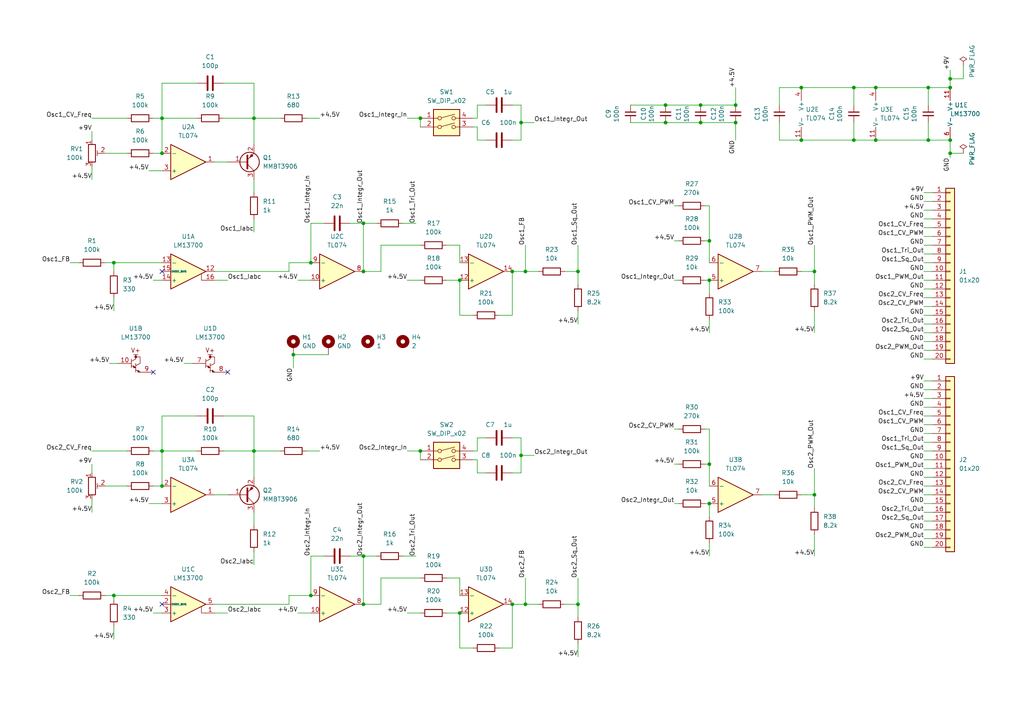
<source format=kicad_sch>
(kicad_sch (version 20211123) (generator eeschema)
  (paper "A4")
  (lib_symbols
    (symbol "Amplifier_Operational:LM13700" (pin_names (offset 0.127))
      (property "Reference" "U" (at 3.81 5.08 0))
      (property "Value" "LM13700" (at 5.08 -5.08 0))
      (symbol "LM13700_1_1"
        (pin output line (at 7.62 0 180) (length 2.54) (name "~") (number "12"))
        (pin input line (at -7.62 2.54 0) (length 2.54) (name "-") (number "13"))
        (pin input line (at -7.62 -2.54 0) (length 2.54) (name "+") (number "14"))
        (pin input line (at -7.62 0 0) (length 2.54) (name "DIODE_BIAS") (number "15"))
        (pin input line (at 7.62 -2.54 180) (length 2.54) (name "~") (number "16"))
      )
      (symbol "LM13700_2_1"
        (text "V+" (at -2.54 3.81 0) (effects (font (size 1.27 1.27))))
        (pin input line (at -7.62 0 0) (length 3.81) (name "~") (number "10"))
        (pin output line (at 2.54 -2.54 180) (length 3.81) (name "~") (number "9"))
      )
      (symbol "LM13700_3_1"
        (pin input line (at 7.62 -2.54 180) (length 2.54) (name "~") (number "1"))
        (pin input line (at -7.62 0 0) (length 2.54) (name "DIODE_BIAS") (number "2"))
        (pin input line (at -7.62 -2.54 0) (length 2.54) (name "+") (number "3"))
        (pin input line (at -7.62 2.54 0) (length 2.54) (name "-") (number "4"))
        (pin output line (at 7.62 0 180) (length 2.54) (name "~") (number "5"))
      )
      (symbol "LM13700_4_0"
        (text "V+" (at -2.54 3.81 0) (effects (font (size 1.27 1.27))))
      )
      (symbol "LM13700_4_1"
        (pin input line (at -7.62 0 0) (length 3.81) (name "~") (number "7"))
        (pin output line (at 2.54 -2.54 180) (length 3.81) (name "~") (number "8"))
      )
      (symbol "LM13700_5_1"
        (pin power_in line (at -2.54 7.62 270) (length 3.81) (name "V+") (number "11"))
        (pin power_in line (at -2.54 -7.62 90) (length 3.81) (name "V-") (number "6"))
      )
    )
    (symbol "Amplifier_Operational:TL074" (pin_names (offset 0.127))
      (property "Reference" "U" (at 0 5.08 0))
      (property "Value" "TL074" (at 0 -5.08 0))
      (symbol "TL074_1_1"
        (pin output line (at 7.62 0 180) (length 2.54) (name "~") (number "1"))
        (pin input line (at -7.62 -2.54 0) (length 2.54) (name "-") (number "2"))
        (pin input line (at -7.62 2.54 0) (length 2.54) (name "+") (number "3"))
      )
      (symbol "TL074_2_1"
        (pin input line (at -7.62 2.54 0) (length 2.54) (name "+") (number "5"))
        (pin input line (at -7.62 -2.54 0) (length 2.54) (name "-") (number "6"))
        (pin output line (at 7.62 0 180) (length 2.54) (name "~") (number "7"))
      )
      (symbol "TL074_3_1"
        (pin input line (at -7.62 2.54 0) (length 2.54) (name "+") (number "10"))
        (pin output line (at 7.62 0 180) (length 2.54) (name "~") (number "8"))
        (pin input line (at -7.62 -2.54 0) (length 2.54) (name "-") (number "9"))
      )
      (symbol "TL074_4_1"
        (pin input line (at -7.62 2.54 0) (length 2.54) (name "+") (number "12"))
        (pin input line (at -7.62 -2.54 0) (length 2.54) (name "-") (number "13"))
        (pin output line (at 7.62 0 180) (length 2.54) (name "~") (number "14"))
      )
      (symbol "TL074_5_1"
        (pin power_in line (at -2.54 -7.62 90) (length 3.81) (name "V-") (number "11"))
        (pin power_in line (at -2.54 7.62 270) (length 3.81) (name "V+") (number "4"))
      )
    )
    (symbol "Connector_Generic:Conn_01x20" (pin_names (offset 1.016) hide)
      (property "Reference" "J" (at 0 25.4 0))
      (property "Value" "Conn_01x20" (at 0 -27.94 0))
      (symbol "Conn_01x20_1_1"
        (pin passive line (at -5.08 22.86 0) (length 3.81) (name "Pin_1") (number "1"))
        (pin passive line (at -5.08 0 0) (length 3.81) (name "Pin_10") (number "10"))
        (pin passive line (at -5.08 -2.54 0) (length 3.81) (name "Pin_11") (number "11"))
        (pin passive line (at -5.08 -5.08 0) (length 3.81) (name "Pin_12") (number "12"))
        (pin passive line (at -5.08 -7.62 0) (length 3.81) (name "Pin_13") (number "13"))
        (pin passive line (at -5.08 -10.16 0) (length 3.81) (name "Pin_14") (number "14"))
        (pin passive line (at -5.08 -12.7 0) (length 3.81) (name "Pin_15") (number "15"))
        (pin passive line (at -5.08 -15.24 0) (length 3.81) (name "Pin_16") (number "16"))
        (pin passive line (at -5.08 -17.78 0) (length 3.81) (name "Pin_17") (number "17"))
        (pin passive line (at -5.08 -20.32 0) (length 3.81) (name "Pin_18") (number "18"))
        (pin passive line (at -5.08 -22.86 0) (length 3.81) (name "Pin_19") (number "19"))
        (pin passive line (at -5.08 20.32 0) (length 3.81) (name "Pin_2") (number "2"))
        (pin passive line (at -5.08 -25.4 0) (length 3.81) (name "Pin_20") (number "20"))
        (pin passive line (at -5.08 17.78 0) (length 3.81) (name "Pin_3") (number "3"))
        (pin passive line (at -5.08 15.24 0) (length 3.81) (name "Pin_4") (number "4"))
        (pin passive line (at -5.08 12.7 0) (length 3.81) (name "Pin_5") (number "5"))
        (pin passive line (at -5.08 10.16 0) (length 3.81) (name "Pin_6") (number "6"))
        (pin passive line (at -5.08 7.62 0) (length 3.81) (name "Pin_7") (number "7"))
        (pin passive line (at -5.08 5.08 0) (length 3.81) (name "Pin_8") (number "8"))
        (pin passive line (at -5.08 2.54 0) (length 3.81) (name "Pin_9") (number "9"))
      )
    )
    (symbol "Device:C" (pin_numbers hide) (pin_names (offset 0.254))
      (property "Reference" "C" (at 0.635 2.54 0))
      (property "Value" "C" (at 0.635 -2.54 0))
      (symbol "C_1_1"
        (pin passive line (at 0 3.81 270) (length 2.794) (name "~") (number "1"))
        (pin passive line (at 0 -3.81 90) (length 2.794) (name "~") (number "2"))
      )
    )
    (symbol "Device:C_Small" (pin_numbers hide) (pin_names (offset 0.254) hide)
      (property "Reference" "C" (at 0.254 1.778 0))
      (property "Value" "C_Small" (at 0.254 -2.032 0))
      (symbol "C_Small_1_1"
        (pin passive line (at 0 2.54 270) (length 2.032) (name "~") (number "1"))
        (pin passive line (at 0 -2.54 90) (length 2.032) (name "~") (number "2"))
      )
    )
    (symbol "Device:R" (pin_numbers hide) (pin_names (offset 0))
      (property "Reference" "R" (at 2.032 0 90))
      (property "Value" "R" (at 0 0 90))
      (symbol "R_1_1"
        (pin passive line (at 0 3.81 270) (length 1.27) (name "~") (number "1"))
        (pin passive line (at 0 -3.81 90) (length 1.27) (name "~") (number "2"))
      )
    )
    (symbol "Device:R_Potentiometer_Trim" (pin_names (offset 1.016) hide)
      (property "Reference" "RV" (at -4.445 0 90))
      (property "Value" "R_Potentiometer_Trim" (at -2.54 0 90))
      (symbol "R_Potentiometer_Trim_1_1"
        (pin passive line (at 0 3.81 270) (length 1.27) (name "1") (number "1"))
        (pin passive line (at 3.81 0 180) (length 1.27) (name "2") (number "2"))
        (pin passive line (at 0 -3.81 90) (length 1.27) (name "3") (number "3"))
      )
    )
    (symbol "Mechanical:MountingHole" (pin_names (offset 1.016))
      (property "Reference" "H" (at 0 5.08 0))
      (property "Value" "MountingHole" (at 0 3.175 0))
    )
    (symbol "Mechanical:MountingHole_Pad" (pin_numbers hide) (pin_names (offset 1.016) hide)
      (property "Reference" "H" (at 0 6.35 0))
      (property "Value" "MountingHole_Pad" (at 0 4.445 0))
      (symbol "MountingHole_Pad_1_1"
        (pin input line (at 0 -2.54 90) (length 2.54) (name "1") (number "1"))
      )
    )
    (symbol "Switch:SW_DIP_x02" (pin_names (offset 0) hide)
      (property "Reference" "SW" (at 0 6.35 0))
      (property "Value" "SW_DIP_x02" (at 0 -3.81 0))
      (symbol "SW_DIP_x02_1_1"
        (pin passive line (at -7.62 2.54 0) (length 5.08) (name "~") (number "1"))
        (pin passive line (at -7.62 0 0) (length 5.08) (name "~") (number "2"))
        (pin passive line (at 7.62 0 180) (length 5.08) (name "~") (number "3"))
        (pin passive line (at 7.62 2.54 180) (length 5.08) (name "~") (number "4"))
      )
    )
    (symbol "Transistor_BJT:MMBT3906" (pin_names (offset 0) hide)
      (property "Reference" "Q" (at 5.08 1.905 0))
      (property "Value" "MMBT3906" (at 5.08 0 0))
      (symbol "MMBT3906_1_1"
        (pin input line (at -5.08 0 0) (length 5.715) (name "B") (number "1"))
        (pin passive line (at 2.54 -5.08 90) (length 2.54) (name "E") (number "2"))
        (pin passive line (at 2.54 5.08 270) (length 2.54) (name "C") (number "3"))
      )
    )
    (symbol "power:PWR_FLAG" (power) (pin_numbers hide) (pin_names (offset 0) hide)
      (property "Value" "PWR_FLAG" (at 0 3.81 0))
      (symbol "PWR_FLAG_0_0"
        (pin power_out line (at 0 0 90) (length 0) (name "pwr") (number "1"))
      )
    )
  )
  (junction (at 254 25.4))
  (junction (at 232.41 25.4))
  (junction (at 90.17 172.72))
  (junction (at 46.99 140.97))
  (junction (at 167.64 175.26))
  (junction (at 275.59 40.64))
  (junction (at 232.41 40.64))
  (junction (at 167.64 78.74))
  (junction (at 133.35 177.8))
  (junction (at 73.66 34.29))
  (junction (at 236.22 143.51))
  (junction (at 33.02 76.2))
  (junction (at 46.99 34.29))
  (junction (at 275.59 44.45))
  (junction (at 73.66 130.81))
  (junction (at 133.35 81.28))
  (junction (at 148.59 78.74))
  (junction (at 46.99 44.45))
  (junction (at 247.65 25.4))
  (junction (at 213.36 30.48))
  (junction (at 275.59 25.4))
  (junction (at 205.74 69.85))
  (junction (at 254 40.64))
  (junction (at 151.13 132.08))
  (junction (at 151.13 35.56))
  (junction (at 90.17 76.2))
  (junction (at 105.41 78.74))
  (junction (at 203.2 35.56))
  (junction (at 213.36 35.56))
  (junction (at 105.41 175.26))
  (junction (at 269.24 25.4))
  (junction (at 275.59 22.86))
  (junction (at 46.99 130.81))
  (junction (at 148.59 175.26))
  (junction (at 193.04 30.48))
  (junction (at 121.92 130.81))
  (junction (at 121.92 34.29))
  (junction (at 85.09 102.87))
  (junction (at 236.22 78.74))
  (junction (at 152.4 175.26))
  (junction (at 205.74 134.62))
  (junction (at 193.04 35.56))
  (junction (at 205.74 81.28))
  (junction (at 205.74 146.05))
  (junction (at 152.4 78.74))
  (junction (at 105.41 64.77))
  (junction (at 247.65 40.64))
  (junction (at 105.41 161.29))
  (junction (at 269.24 40.64))
  (junction (at 203.2 30.48))
  (junction (at 33.02 172.72))
  (no_connect (at 46.99 78.74))
  (no_connect (at 66.04 107.95))
  (no_connect (at 44.45 107.95))
  (no_connect (at 46.99 175.26))
  (wire (pts (xy 148.59 175.26) (xy 148.59 187.96)))
  (wire (pts (xy 267.97 138.43) (xy 270.51 138.43)))
  (wire (pts (xy 62.23 46.99) (xy 66.04 46.99)))
  (wire (pts (xy 137.16 91.44) (xy 133.35 91.44)))
  (wire (pts (xy 118.11 177.8) (xy 121.92 177.8)))
  (wire (pts (xy 110.49 71.12) (xy 121.92 71.12)))
  (wire (pts (xy 44.45 81.28) (xy 46.99 81.28)))
  (wire (pts (xy 267.97 110.49) (xy 270.51 110.49)))
  (wire (pts (xy 204.47 124.46) (xy 205.74 124.46)))
  (wire (pts (xy 267.97 128.27) (xy 270.51 128.27)))
  (wire (pts (xy 232.41 40.64) (xy 247.65 40.64)))
  (wire (pts (xy 163.83 175.26) (xy 167.64 175.26)))
  (wire (pts (xy 118.11 34.29) (xy 121.92 34.29)))
  (wire (pts (xy 133.35 177.8) (xy 133.35 187.96)))
  (wire (pts (xy 205.74 134.62) (xy 205.74 140.97)))
  (wire (pts (xy 138.43 127) (xy 138.43 130.81)))
  (wire (pts (xy 140.97 30.48) (xy 138.43 30.48)))
  (wire (pts (xy 121.92 130.81) (xy 121.92 133.35)))
  (wire (pts (xy 267.97 66.04) (xy 270.51 66.04)))
  (wire (pts (xy 30.48 172.72) (xy 33.02 172.72)))
  (wire (pts (xy 151.13 40.64) (xy 148.59 40.64)))
  (wire (pts (xy 151.13 35.56) (xy 151.13 30.48)))
  (wire (pts (xy 279.4 19.05) (xy 279.4 22.86)))
  (wire (pts (xy 31.75 105.41) (xy 34.29 105.41)))
  (wire (pts (xy 204.47 69.85) (xy 205.74 69.85)))
  (wire (pts (xy 203.2 35.56) (xy 213.36 35.56)))
  (wire (pts (xy 144.78 187.96) (xy 148.59 187.96)))
  (wire (pts (xy 247.65 25.4) (xy 247.65 30.48)))
  (wire (pts (xy 151.13 30.48) (xy 148.59 30.48)))
  (wire (pts (xy 204.47 134.62) (xy 205.74 134.62)))
  (wire (pts (xy 267.97 115.57) (xy 270.51 115.57)))
  (wire (pts (xy 20.32 172.72) (xy 22.86 172.72)))
  (wire (pts (xy 152.4 71.12) (xy 152.4 78.74)))
  (wire (pts (xy 269.24 35.56) (xy 269.24 40.64)))
  (wire (pts (xy 73.66 130.81) (xy 81.28 130.81)))
  (wire (pts (xy 205.74 157.48) (xy 205.74 161.29)))
  (wire (pts (xy 101.6 161.29) (xy 105.41 161.29)))
  (wire (pts (xy 267.97 113.03) (xy 270.51 113.03)))
  (wire (pts (xy 151.13 132.08) (xy 154.94 132.08)))
  (wire (pts (xy 267.97 156.21) (xy 270.51 156.21)))
  (wire (pts (xy 118.11 81.28) (xy 121.92 81.28)))
  (wire (pts (xy 226.06 35.56) (xy 226.06 40.64)))
  (wire (pts (xy 148.59 175.26) (xy 152.4 175.26)))
  (wire (pts (xy 116.84 64.77) (xy 120.65 64.77)))
  (wire (pts (xy 269.24 25.4) (xy 275.59 25.4)))
  (wire (pts (xy 46.99 24.13) (xy 57.15 24.13)))
  (wire (pts (xy 236.22 143.51) (xy 236.22 147.32)))
  (wire (pts (xy 267.97 158.75) (xy 270.51 158.75)))
  (wire (pts (xy 46.99 34.29) (xy 46.99 44.45)))
  (wire (pts (xy 267.97 60.96) (xy 270.51 60.96)))
  (wire (pts (xy 129.54 71.12) (xy 133.35 71.12)))
  (wire (pts (xy 73.66 34.29) (xy 73.66 24.13)))
  (wire (pts (xy 46.99 130.81) (xy 57.15 130.81)))
  (wire (pts (xy 105.41 78.74) (xy 110.49 78.74)))
  (wire (pts (xy 116.84 161.29) (xy 120.65 161.29)))
  (wire (pts (xy 137.16 187.96) (xy 133.35 187.96)))
  (wire (pts (xy 167.64 90.17) (xy 167.64 93.98)))
  (wire (pts (xy 133.35 81.28) (xy 133.35 91.44)))
  (wire (pts (xy 205.74 59.69) (xy 205.74 69.85)))
  (wire (pts (xy 44.45 140.97) (xy 46.99 140.97)))
  (wire (pts (xy 205.74 69.85) (xy 205.74 76.2)))
  (wire (pts (xy 267.97 123.19) (xy 270.51 123.19)))
  (wire (pts (xy 267.97 63.5) (xy 270.51 63.5)))
  (wire (pts (xy 267.97 130.81) (xy 270.51 130.81)))
  (wire (pts (xy 138.43 137.16) (xy 140.97 137.16)))
  (wire (pts (xy 267.97 81.28) (xy 270.51 81.28)))
  (wire (pts (xy 267.97 91.44) (xy 270.51 91.44)))
  (wire (pts (xy 236.22 78.74) (xy 236.22 82.55)))
  (wire (pts (xy 247.65 25.4) (xy 254 25.4)))
  (wire (pts (xy 26.67 134.62) (xy 26.67 137.16)))
  (wire (pts (xy 26.67 38.1) (xy 26.67 40.64)))
  (wire (pts (xy 30.48 140.97) (xy 36.83 140.97)))
  (wire (pts (xy 151.13 132.08) (xy 151.13 127)))
  (wire (pts (xy 163.83 78.74) (xy 167.64 78.74)))
  (wire (pts (xy 88.9 130.81) (xy 92.71 130.81)))
  (wire (pts (xy 193.04 35.56) (xy 203.2 35.56)))
  (wire (pts (xy 236.22 135.89) (xy 236.22 143.51)))
  (wire (pts (xy 46.99 130.81) (xy 46.99 140.97)))
  (wire (pts (xy 204.47 146.05) (xy 205.74 146.05)))
  (wire (pts (xy 44.45 44.45) (xy 46.99 44.45)))
  (wire (pts (xy 33.02 86.36) (xy 33.02 90.17)))
  (wire (pts (xy 129.54 81.28) (xy 133.35 81.28)))
  (wire (pts (xy 195.58 69.85) (xy 196.85 69.85)))
  (wire (pts (xy 62.23 175.26) (xy 83.82 175.26)))
  (wire (pts (xy 269.24 25.4) (xy 269.24 30.48)))
  (wire (pts (xy 267.97 73.66) (xy 270.51 73.66)))
  (wire (pts (xy 195.58 81.28) (xy 196.85 81.28)))
  (wire (pts (xy 267.97 104.14) (xy 270.51 104.14)))
  (wire (pts (xy 148.59 78.74) (xy 152.4 78.74)))
  (wire (pts (xy 33.02 172.72) (xy 46.99 172.72)))
  (wire (pts (xy 46.99 34.29) (xy 57.15 34.29)))
  (wire (pts (xy 254 40.64) (xy 269.24 40.64)))
  (wire (pts (xy 247.65 40.64) (xy 254 40.64)))
  (wire (pts (xy 267.97 58.42) (xy 270.51 58.42)))
  (wire (pts (xy 53.34 105.41) (xy 55.88 105.41)))
  (wire (pts (xy 33.02 172.72) (xy 33.02 173.99)))
  (wire (pts (xy 267.97 101.6) (xy 270.51 101.6)))
  (wire (pts (xy 182.88 30.48) (xy 193.04 30.48)))
  (wire (pts (xy 148.59 78.74) (xy 148.59 91.44)))
  (wire (pts (xy 73.66 130.81) (xy 73.66 120.65)))
  (wire (pts (xy 137.16 133.35) (xy 138.43 133.35)))
  (wire (pts (xy 167.64 186.69) (xy 167.64 190.5)))
  (wire (pts (xy 267.97 125.73) (xy 270.51 125.73)))
  (wire (pts (xy 62.23 78.74) (xy 83.82 78.74)))
  (wire (pts (xy 73.66 34.29) (xy 81.28 34.29)))
  (wire (pts (xy 105.41 161.29) (xy 109.22 161.29)))
  (wire (pts (xy 88.9 34.29) (xy 92.71 34.29)))
  (wire (pts (xy 83.82 78.74) (xy 83.82 76.2)))
  (wire (pts (xy 275.59 40.64) (xy 275.59 44.45)))
  (wire (pts (xy 101.6 64.77) (xy 105.41 64.77)))
  (wire (pts (xy 30.48 44.45) (xy 36.83 44.45)))
  (wire (pts (xy 105.41 161.29) (xy 105.41 175.26)))
  (wire (pts (xy 267.97 71.12) (xy 270.51 71.12)))
  (wire (pts (xy 83.82 76.2) (xy 90.17 76.2)))
  (wire (pts (xy 267.97 148.59) (xy 270.51 148.59)))
  (wire (pts (xy 236.22 90.17) (xy 236.22 96.52)))
  (wire (pts (xy 267.97 118.11) (xy 270.51 118.11)))
  (wire (pts (xy 90.17 64.77) (xy 93.98 64.77)))
  (wire (pts (xy 267.97 96.52) (xy 270.51 96.52)))
  (wire (pts (xy 275.59 22.86) (xy 279.4 22.86)))
  (wire (pts (xy 105.41 64.77) (xy 105.41 78.74)))
  (wire (pts (xy 267.97 151.13) (xy 270.51 151.13)))
  (wire (pts (xy 26.67 130.81) (xy 36.83 130.81)))
  (wire (pts (xy 62.23 81.28) (xy 66.04 81.28)))
  (wire (pts (xy 62.23 143.51) (xy 66.04 143.51)))
  (wire (pts (xy 73.66 52.07) (xy 73.66 55.88)))
  (wire (pts (xy 213.36 35.56) (xy 213.36 40.64)))
  (wire (pts (xy 43.18 146.05) (xy 46.99 146.05)))
  (wire (pts (xy 269.24 40.64) (xy 275.59 40.64)))
  (wire (pts (xy 133.35 167.64) (xy 133.35 172.72)))
  (wire (pts (xy 151.13 40.64) (xy 151.13 35.56)))
  (wire (pts (xy 226.06 30.48) (xy 226.06 25.4)))
  (wire (pts (xy 267.97 153.67) (xy 270.51 153.67)))
  (wire (pts (xy 203.2 30.48) (xy 213.36 30.48)))
  (wire (pts (xy 33.02 181.61) (xy 33.02 185.42)))
  (wire (pts (xy 90.17 161.29) (xy 93.98 161.29)))
  (wire (pts (xy 205.74 124.46) (xy 205.74 134.62)))
  (wire (pts (xy 85.09 102.87) (xy 95.25 102.87)))
  (wire (pts (xy 152.4 167.64) (xy 152.4 175.26)))
  (wire (pts (xy 204.47 81.28) (xy 205.74 81.28)))
  (wire (pts (xy 267.97 93.98) (xy 270.51 93.98)))
  (wire (pts (xy 205.74 92.71) (xy 205.74 96.52)))
  (wire (pts (xy 129.54 177.8) (xy 133.35 177.8)))
  (wire (pts (xy 105.41 64.77) (xy 109.22 64.77)))
  (wire (pts (xy 267.97 86.36) (xy 270.51 86.36)))
  (wire (pts (xy 86.36 177.8) (xy 90.17 177.8)))
  (wire (pts (xy 267.97 76.2) (xy 270.51 76.2)))
  (wire (pts (xy 64.77 34.29) (xy 73.66 34.29)))
  (wire (pts (xy 44.45 177.8) (xy 46.99 177.8)))
  (wire (pts (xy 167.64 175.26) (xy 167.64 179.07)))
  (wire (pts (xy 64.77 130.81) (xy 73.66 130.81)))
  (wire (pts (xy 33.02 76.2) (xy 33.02 78.74)))
  (wire (pts (xy 138.43 36.83) (xy 138.43 40.64)))
  (wire (pts (xy 133.35 71.12) (xy 133.35 76.2)))
  (wire (pts (xy 46.99 120.65) (xy 46.99 130.81)))
  (wire (pts (xy 62.23 177.8) (xy 66.04 177.8)))
  (wire (pts (xy 64.77 24.13) (xy 73.66 24.13)))
  (wire (pts (xy 213.36 25.4) (xy 213.36 30.48)))
  (wire (pts (xy 267.97 83.82) (xy 270.51 83.82)))
  (wire (pts (xy 140.97 127) (xy 138.43 127)))
  (wire (pts (xy 195.58 59.69) (xy 196.85 59.69)))
  (wire (pts (xy 151.13 35.56) (xy 154.94 35.56)))
  (wire (pts (xy 151.13 137.16) (xy 148.59 137.16)))
  (wire (pts (xy 267.97 146.05) (xy 270.51 146.05)))
  (wire (pts (xy 267.97 143.51) (xy 270.51 143.51)))
  (wire (pts (xy 152.4 175.26) (xy 156.21 175.26)))
  (wire (pts (xy 232.41 78.74) (xy 236.22 78.74)))
  (wire (pts (xy 33.02 76.2) (xy 46.99 76.2)))
  (wire (pts (xy 195.58 146.05) (xy 196.85 146.05)))
  (wire (pts (xy 86.36 81.28) (xy 90.17 81.28)))
  (wire (pts (xy 267.97 99.06) (xy 270.51 99.06)))
  (wire (pts (xy 46.99 24.13) (xy 46.99 34.29)))
  (wire (pts (xy 275.59 22.86) (xy 275.59 25.4)))
  (wire (pts (xy 226.06 25.4) (xy 232.41 25.4)))
  (wire (pts (xy 138.43 40.64) (xy 140.97 40.64)))
  (wire (pts (xy 30.48 76.2) (xy 33.02 76.2)))
  (wire (pts (xy 90.17 172.72) (xy 90.17 161.29)))
  (wire (pts (xy 182.88 35.56) (xy 193.04 35.56)))
  (wire (pts (xy 83.82 175.26) (xy 83.82 172.72)))
  (wire (pts (xy 83.82 172.72) (xy 90.17 172.72)))
  (wire (pts (xy 138.43 34.29) (xy 137.16 34.29)))
  (wire (pts (xy 267.97 133.35) (xy 270.51 133.35)))
  (wire (pts (xy 204.47 59.69) (xy 205.74 59.69)))
  (wire (pts (xy 267.97 140.97) (xy 270.51 140.97)))
  (wire (pts (xy 193.04 30.48) (xy 203.2 30.48)))
  (wire (pts (xy 73.66 160.02) (xy 73.66 163.83)))
  (wire (pts (xy 46.99 120.65) (xy 57.15 120.65)))
  (wire (pts (xy 275.59 20.32) (xy 275.59 22.86)))
  (wire (pts (xy 267.97 88.9) (xy 270.51 88.9)))
  (wire (pts (xy 110.49 71.12) (xy 110.49 78.74)))
  (wire (pts (xy 85.09 102.87) (xy 85.09 106.68)))
  (wire (pts (xy 137.16 36.83) (xy 138.43 36.83)))
  (wire (pts (xy 220.98 78.74) (xy 224.79 78.74)))
  (wire (pts (xy 226.06 40.64) (xy 232.41 40.64)))
  (wire (pts (xy 205.74 146.05) (xy 205.74 149.86)))
  (wire (pts (xy 73.66 130.81) (xy 73.66 138.43)))
  (wire (pts (xy 105.41 175.26) (xy 110.49 175.26)))
  (wire (pts (xy 26.67 34.29) (xy 36.83 34.29)))
  (wire (pts (xy 205.74 81.28) (xy 205.74 85.09)))
  (wire (pts (xy 144.78 91.44) (xy 148.59 91.44)))
  (wire (pts (xy 236.22 154.94) (xy 236.22 161.29)))
  (wire (pts (xy 110.49 167.64) (xy 121.92 167.64)))
  (wire (pts (xy 267.97 68.58) (xy 270.51 68.58)))
  (wire (pts (xy 110.49 167.64) (xy 110.49 175.26)))
  (wire (pts (xy 195.58 124.46) (xy 196.85 124.46)))
  (wire (pts (xy 275.59 44.45) (xy 275.59 45.72)))
  (wire (pts (xy 232.41 25.4) (xy 247.65 25.4)))
  (wire (pts (xy 138.43 130.81) (xy 137.16 130.81)))
  (wire (pts (xy 236.22 71.12) (xy 236.22 78.74)))
  (wire (pts (xy 64.77 120.65) (xy 73.66 120.65)))
  (wire (pts (xy 267.97 55.88) (xy 270.51 55.88)))
  (wire (pts (xy 73.66 148.59) (xy 73.66 152.4)))
  (wire (pts (xy 267.97 135.89) (xy 270.51 135.89)))
  (wire (pts (xy 167.64 71.12) (xy 167.64 78.74)))
  (wire (pts (xy 129.54 167.64) (xy 133.35 167.64)))
  (wire (pts (xy 138.43 133.35) (xy 138.43 137.16)))
  (wire (pts (xy 195.58 134.62) (xy 196.85 134.62)))
  (wire (pts (xy 267.97 120.65) (xy 270.51 120.65)))
  (wire (pts (xy 44.45 130.81) (xy 46.99 130.81)))
  (wire (pts (xy 151.13 137.16) (xy 151.13 132.08)))
  (wire (pts (xy 151.13 127) (xy 148.59 127)))
  (wire (pts (xy 275.59 44.45) (xy 279.4 44.45)))
  (wire (pts (xy 43.18 49.53) (xy 46.99 49.53)))
  (wire (pts (xy 220.98 143.51) (xy 224.79 143.51)))
  (wire (pts (xy 247.65 35.56) (xy 247.65 40.64)))
  (wire (pts (xy 254 25.4) (xy 269.24 25.4)))
  (wire (pts (xy 267.97 78.74) (xy 270.51 78.74)))
  (wire (pts (xy 167.64 78.74) (xy 167.64 82.55)))
  (wire (pts (xy 152.4 78.74) (xy 156.21 78.74)))
  (wire (pts (xy 232.41 143.51) (xy 236.22 143.51)))
  (wire (pts (xy 121.92 34.29) (xy 121.92 36.83)))
  (wire (pts (xy 118.11 130.81) (xy 121.92 130.81)))
  (wire (pts (xy 73.66 63.5) (xy 73.66 67.31)))
  (wire (pts (xy 73.66 34.29) (xy 73.66 41.91)))
  (wire (pts (xy 90.17 76.2) (xy 90.17 64.77)))
  (wire (pts (xy 138.43 30.48) (xy 138.43 34.29)))
  (wire (pts (xy 20.32 76.2) (xy 22.86 76.2)))
  (wire (pts (xy 26.67 48.26) (xy 26.67 52.07)))
  (wire (pts (xy 44.45 34.29) (xy 46.99 34.29)))
  (wire (pts (xy 26.67 144.78) (xy 26.67 148.59)))
  (wire (pts (xy 167.64 167.64) (xy 167.64 175.26)))
  (label "Osc2_PWM_Out" (at 236.22 135.89 90))
  (label "Osc2_Integr_In" (at 90.17 161.29 90))
  (label "Osc1_Sq_Out" (at 267.97 76.2 180))
  (label "Osc2_Tri_Out" (at 267.97 148.59 180))
  (label "Osc1_Integr_Out" (at 195.58 81.28 180))
  (label "GND" (at 267.97 153.67 180))
  (label "Osc1_Integr_Out" (at 105.41 64.77 90))
  (label "Osc2_Sq_Out" (at 167.64 167.64 90))
  (label "Osc2_Integr_In" (at 118.11 130.81 180))
  (label "Osc2_FB" (at 152.4 167.64 90))
  (label "Osc1_Tri_Out" (at 267.97 128.27 180))
  (label "Osc2_CV_Freq" (at 267.97 140.97 180))
  (label "Osc1_PWM_Out" (at 267.97 81.28 180))
  (label "GND" (at 275.59 45.72 270))
  (label "Osc2_CV_PWM" (at 267.97 143.51 180))
  (label "+4.5V" (at 167.64 93.98 180))
  (label "Osc1_CV_Freq" (at 267.97 66.04 180))
  (label "Osc1_CV_PWM" (at 267.97 68.58 180))
  (label "Osc1_Integr_In" (at 90.17 64.77 90))
  (label "Osc2_FB" (at 20.32 172.72 180))
  (label "Osc1_Integr_In" (at 118.11 34.29 180))
  (label "Osc1_PWM_Out" (at 236.22 71.12 90))
  (label "+4.5V" (at 44.45 81.28 180))
  (label "+4.5V" (at 267.97 115.57 180))
  (label "+4.5V" (at 213.36 25.4 90))
  (label "+4.5V" (at 43.18 49.53 180))
  (label "Osc2_CV_PWM" (at 267.97 88.9 180))
  (label "Osc1_Integr_Out" (at 154.94 35.56 0))
  (label "GND" (at 267.97 118.11 180))
  (label "Osc1_Tri_Out" (at 267.97 73.66 180))
  (label "+4.5V" (at 33.02 185.42 180))
  (label "Osc2_Sq_Out" (at 267.97 151.13 180))
  (label "Osc1_Tri_Out" (at 120.65 64.77 90))
  (label "+4.5V" (at 26.67 148.59 180))
  (label "Osc2_Sq_Out" (at 267.97 96.52 180))
  (label "Osc2_Iabc" (at 73.66 163.83 180))
  (label "Osc1_PWM_Out" (at 267.97 135.89 180))
  (label "Osc2_Tri_Out" (at 120.65 161.29 90))
  (label "GND" (at 267.97 78.74 180))
  (label "Osc2_Integr_Out" (at 105.41 161.29 90))
  (label "GND" (at 267.97 91.44 180))
  (label "+4.5V" (at 205.74 161.29 180))
  (label "GND" (at 267.97 71.12 180))
  (label "GND" (at 267.97 146.05 180))
  (label "GND" (at 267.97 158.75 180))
  (label "+4.5V" (at 92.71 34.29 0))
  (label "+4.5V" (at 86.36 81.28 180))
  (label "Osc2_PWM_Out" (at 267.97 156.21 180))
  (label "+9V" (at 26.67 134.62 180))
  (label "+4.5V" (at 33.02 90.17 180))
  (label "GND" (at 267.97 83.82 180))
  (label "Osc1_CV_Freq" (at 26.67 34.29 180))
  (label "+4.5V" (at 53.34 105.41 180))
  (label "+4.5V" (at 205.74 96.52 180))
  (label "+4.5V" (at 236.22 96.52 180))
  (label "Osc2_CV_Freq" (at 26.67 130.81 180))
  (label "+4.5V" (at 267.97 60.96 180))
  (label "Osc1_Sq_Out" (at 167.64 71.12 90))
  (label "Osc2_CV_Freq" (at 267.97 86.36 180))
  (label "Osc1_Iabc" (at 73.66 67.31 180))
  (label "GND" (at 85.09 106.68 270))
  (label "+4.5V" (at 167.64 190.5 180))
  (label "+4.5V" (at 236.22 161.29 180))
  (label "Osc2_PWM_Out" (at 267.97 101.6 180))
  (label "GND" (at 267.97 104.14 180))
  (label "+4.5V" (at 195.58 134.62 180))
  (label "+9V" (at 267.97 55.88 180))
  (label "Osc1_CV_PWM" (at 267.97 123.19 180))
  (label "Osc2_Integr_Out" (at 195.58 146.05 180))
  (label "GND" (at 267.97 138.43 180))
  (label "+9V" (at 275.59 20.32 90))
  (label "+4.5V" (at 26.67 52.07 180))
  (label "Osc1_CV_PWM" (at 195.58 59.69 180))
  (label "Osc1_CV_Freq" (at 267.97 120.65 180))
  (label "Osc1_FB" (at 152.4 71.12 90))
  (label "Osc1_Iabc" (at 66.04 81.28 0))
  (label "Osc2_CV_PWM" (at 195.58 124.46 180))
  (label "Osc2_Iabc" (at 66.04 177.8 0))
  (label "+4.5V" (at 118.11 177.8 180))
  (label "+4.5V" (at 31.75 105.41 180))
  (label "+4.5V" (at 195.58 69.85 180))
  (label "GND" (at 267.97 125.73 180))
  (label "Osc2_Integr_Out" (at 154.94 132.08 0))
  (label "+4.5V" (at 86.36 177.8 180))
  (label "+4.5V" (at 44.45 177.8 180))
  (label "GND" (at 267.97 133.35 180))
  (label "+4.5V" (at 92.71 130.81 0))
  (label "GND" (at 267.97 113.03 180))
  (label "Osc1_Sq_Out" (at 267.97 130.81 180))
  (label "+9V" (at 267.97 110.49 180))
  (label "Osc2_Tri_Out" (at 267.97 93.98 180))
  (label "GND" (at 267.97 58.42 180))
  (label "GND" (at 267.97 99.06 180))
  (label "Osc1_FB" (at 20.32 76.2 180))
  (label "+9V" (at 26.67 38.1 180))
  (label "GND" (at 267.97 63.5 180))
  (label "GND" (at 213.36 40.64 270))
  (label "+4.5V" (at 118.11 81.28 180))
  (label "+4.5V" (at 43.18 146.05 180))
  (symbol (lib_id "Device:R") (at 60.96 130.81 90) (unit 1)
    (property "Reference" "R10" (at 60.96 124.46 90))
    (property "Value" "100k" (at 60.96 127 90))
    (property "Footprint" "Resistor_SMD:R_0603_1608Metric_Pad0.98x0.95mm_HandSolder" (effects hide))
  )
  (symbol (lib_id "Transistor_BJT:MMBT3906") (at 71.12 46.99 0) (mirror x) (unit 1)
    (property "Reference" "Q1" (at 76.2 45.7199 0) (effects (justify left)))
    (property "Value" "MMBT3906" (at 76.2 48.2599 0) (effects (justify left)))
    (property "Footprint" "Package_TO_SOT_SMD:SOT-23" (effects hide))
    (property "Datasheet" "https://www.onsemi.com/pub/Collateral/2N3906-D.PDF" (effects hide))
    (property "LCSC" "C727128" (effects hide))
  )
  (symbol (lib_id "Device:R") (at 85.09 130.81 90) (unit 1)
    (property "Reference" "R14" (at 85.09 124.46 90))
    (property "Value" "680" (at 85.09 127 90))
    (property "Footprint" "Resistor_SMD:R_0603_1608Metric_Pad0.98x0.95mm_HandSolder" (effects hide))
  )
  (symbol (lib_id "Device:R") (at 40.64 130.81 90) (unit 1)
    (property "Reference" "R7" (at 40.64 124.46 90))
    (property "Value" "100k" (at 40.64 127 90))
    (property "Footprint" "Resistor_SMD:R_0603_1608Metric_Pad0.98x0.95mm_HandSolder" (effects hide))
  )
  (symbol (lib_id "Device:R") (at 26.67 76.2 270) (unit 1)
    (property "Reference" "R1" (at 26.67 69.85 90))
    (property "Value" "100k" (at 26.67 72.39 90))
    (property "Footprint" "Resistor_SMD:R_0603_1608Metric_Pad0.98x0.95mm_HandSolder" (effects hide))
  )
  (symbol (lib_id "Device:C_Small") (at 269.24 33.02 0) (unit 1)
    (property "Reference" "C15" (at 262.8392 33.02 90))
    (property "Value" "100n" (at 265.1506 33.02 90))
    (property "Footprint" "Capacitor_SMD:C_0603_1608Metric_Pad1.08x0.95mm_HandSolder" (effects hide))
    (property "LCSC" "C14663" (effects hide))
    (property "Mouser" "80-C0603C104M5RAUTO" (effects hide))
  )
  (symbol (lib_id "Amplifier_Operational:LM13700") (at 54.61 78.74 0) (unit 1)
    (property "Reference" "U1" (at 54.61 68.58 0))
    (property "Value" "LM13700" (at 54.61 71.12 0))
    (property "Footprint" "Package_SO:SOP-16_4.55x10.3mm_P1.27mm" (effects hide))
    (property "Datasheet" "http://www.ti.com/lit/ds/symlink/lm13700.pdf" (effects hide))
    (property "LCSC" "C5160094" (effects hide))
  )
  (symbol (lib_id "Amplifier_Operational:TL074") (at 140.97 78.74 0) (mirror x) (unit 4)
    (property "Reference" "U2" (at 140.97 68.58 0))
    (property "Value" "TL074" (at 140.97 71.12 0))
    (property "Footprint" "Package_SO:SOIC-14_3.9x8.7mm_P1.27mm" (effects hide))
    (property "Datasheet" "http://www.ti.com/lit/ds/symlink/tl071.pdf" (effects hide))
    (property "LCSC" "C6963" (effects hide))
  )
  (symbol (lib_id "Device:R") (at 40.64 140.97 90) (unit 1)
    (property "Reference" "R8" (at 40.64 134.62 90))
    (property "Value" "100k" (at 40.64 137.16 90))
    (property "Footprint" "Resistor_SMD:R_0603_1608Metric_Pad0.98x0.95mm_HandSolder" (effects hide))
  )
  (symbol (lib_id "Amplifier_Operational:TL074") (at 213.36 143.51 0) (mirror x) (unit 2)
    (property "Reference" "U3" (at 213.36 133.35 0))
    (property "Value" "TL074" (at 213.36 135.89 0))
    (property "Footprint" "Package_SO:SOIC-14_3.9x8.7mm_P1.27mm" (effects hide))
    (property "Datasheet" "http://www.ti.com/lit/ds/symlink/tl071.pdf" (effects hide))
    (property "LCSC" "C6963" (effects hide))
  )
  (symbol (lib_id "Amplifier_Operational:TL074") (at 97.79 78.74 0) (mirror x) (unit 3)
    (property "Reference" "U2" (at 97.79 68.58 0))
    (property "Value" "TL074" (at 97.79 71.12 0))
    (property "Footprint" "Package_SO:SOIC-14_3.9x8.7mm_P1.27mm" (effects hide))
    (property "Datasheet" "http://www.ti.com/lit/ds/symlink/tl071.pdf" (effects hide))
    (property "LCSC" "C6963" (effects hide))
  )
  (symbol (lib_id "Device:R") (at 33.02 82.55 0) (unit 1)
    (property "Reference" "R3" (at 35.56 81.2799 0) (effects (justify left)))
    (property "Value" "330" (at 35.56 83.8199 0) (effects (justify left)))
    (property "Footprint" "Resistor_SMD:R_0603_1608Metric_Pad0.98x0.95mm_HandSolder" (effects hide))
  )
  (symbol (lib_id "Device:R") (at 228.6 78.74 90) (unit 1)
    (property "Reference" "R35" (at 228.6 72.39 90))
    (property "Value" "10k" (at 228.6 74.93 90))
    (property "Footprint" "Resistor_SMD:R_0603_1608Metric_Pad0.98x0.95mm_HandSolder" (effects hide))
  )
  (symbol (lib_id "Device:R") (at 125.73 71.12 90) (unit 1)
    (property "Reference" "R17" (at 125.73 64.77 90))
    (property "Value" "100k" (at 125.73 67.31 90))
    (property "Footprint" "Resistor_SMD:R_0603_1608Metric_Pad0.98x0.95mm_HandSolder" (effects hide))
  )
  (symbol (lib_id "Amplifier_Operational:LM13700") (at 278.13 33.02 0) (unit 5)
    (property "Reference" "U1" (at 276.86 30.48 0) (effects (justify left)))
    (property "Value" "LM13700" (at 275.59 33.02 0) (effects (justify left)))
    (property "Footprint" "Package_SO:SOP-16_4.55x10.3mm_P1.27mm" (effects hide))
    (property "Datasheet" "http://www.ti.com/lit/ds/symlink/lm13700.pdf" (effects hide))
    (property "LCSC" "C5160094" (effects hide))
  )
  (symbol (lib_id "Device:R") (at 200.66 124.46 270) (unit 1)
    (property "Reference" "R30" (at 200.66 118.11 90))
    (property "Value" "270k" (at 200.66 120.65 90))
    (property "Footprint" "Resistor_SMD:R_0603_1608Metric_Pad0.98x0.95mm_HandSolder" (effects hide))
  )
  (symbol (lib_id "Device:C") (at 60.96 24.13 90) (unit 1)
    (property "Reference" "C1" (at 60.96 16.51 90))
    (property "Value" "100p" (at 60.96 19.05 90))
    (property "Footprint" "Capacitor_SMD:C_0603_1608Metric_Pad1.08x0.95mm_HandSolder" (effects hide))
  )
  (symbol (lib_id "Amplifier_Operational:LM13700") (at 54.61 175.26 0) (unit 3)
    (property "Reference" "U1" (at 54.61 165.1 0))
    (property "Value" "LM13700" (at 54.61 167.64 0))
    (property "Footprint" "Package_SO:SOP-16_4.55x10.3mm_P1.27mm" (effects hide))
    (property "Datasheet" "http://www.ti.com/lit/ds/symlink/lm13700.pdf" (effects hide))
    (property "LCSC" "C5160094" (effects hide))
  )
  (symbol (lib_id "Device:R") (at 125.73 167.64 90) (unit 1)
    (property "Reference" "R19" (at 125.73 161.29 90))
    (property "Value" "100k" (at 125.73 163.83 90))
    (property "Footprint" "Resistor_SMD:R_0603_1608Metric_Pad0.98x0.95mm_HandSolder" (effects hide))
  )
  (symbol (lib_id "Device:R") (at 125.73 81.28 90) (unit 1)
    (property "Reference" "R18" (at 125.73 74.93 90))
    (property "Value" "100k" (at 125.73 77.47 90))
    (property "Footprint" "Resistor_SMD:R_0603_1608Metric_Pad0.98x0.95mm_HandSolder" (effects hide))
  )
  (symbol (lib_id "power:PWR_FLAG") (at 279.4 44.45 0) (unit 1)
    (property "Reference" "#FLG02" (effects hide))
    (property "Value" "PWR_FLAG" (at 281.94 43.18 90))
  )
  (symbol (lib_id "Mechanical:MountingHole_Pad") (at 95.25 100.33 0) (unit 1)
    (property "Reference" "H2" (at 97.79 97.7899 0) (effects (justify left)))
    (property "Value" "GND" (at 97.79 100.3299 0) (effects (justify left)))
    (property "Footprint" "MountingHole:MountingHole_3.2mm_M3_ISO14580_Pad" (effects hide))
  )
  (symbol (lib_id "Switch:SW_DIP_x02") (at 129.54 36.83 0) (unit 1)
    (property "Reference" "SW1" (at 129.54 26.67 0))
    (property "Value" "SW_DIP_x02" (at 129.54 29.21 0))
    (property "Footprint" "Button_Switch_SMD:SW_DIP_SPSTx02_Slide_Omron_A6S-210x_W8.9mm_P2.54mm" (effects hide))
    (property "Mouser" "653-A6S-2104-H " (effects hide))
  )
  (symbol (lib_id "Device:R_Potentiometer_Trim") (at 26.67 140.97 0) (unit 1)
    (property "Reference" "RV2" (at 24.13 139.6999 0) (effects (justify right)))
    (property "Value" "100k" (at 24.13 142.2399 0) (effects (justify right)))
    (property "Footprint" "Potentiometer_SMD:Potentiometer_Bourns_3314J_Vertical" (effects hide))
    (property "LCSC" "C51284" (effects hide))
  )
  (symbol (lib_id "Device:C") (at 144.78 137.16 270) (unit 1)
    (property "Reference" "C8" (at 142.24 132.08 90) (effects (justify right)))
    (property "Value" "100n" (at 149.86 132.08 90) (effects (justify right)))
    (property "Footprint" "Capacitor_SMD:C_0603_1608Metric_Pad1.08x0.95mm_HandSolder" (effects hide))
    (property "LCSC" "C14663" (effects hide))
    (property "Mouser" "80-C0603C104M5RAUTO" (effects hide))
  )
  (symbol (lib_id "Device:R") (at 200.66 81.28 90) (unit 1)
    (property "Reference" "R29" (at 200.66 74.93 90))
    (property "Value" "10k" (at 200.66 77.47 90))
    (property "Footprint" "Resistor_SMD:R_0603_1608Metric_Pad0.98x0.95mm_HandSolder" (effects hide))
  )
  (symbol (lib_id "Amplifier_Operational:LM13700") (at 63.5 105.41 0) (unit 4)
    (property "Reference" "U1" (at 60.96 95.25 0))
    (property "Value" "LM13700" (at 60.96 97.79 0))
    (property "Footprint" "Package_SO:SOP-16_4.55x10.3mm_P1.27mm" (effects hide))
    (property "Datasheet" "http://www.ti.com/lit/ds/symlink/lm13700.pdf" (effects hide))
    (property "LCSC" "C5160094" (effects hide))
  )
  (symbol (lib_id "Device:C") (at 97.79 161.29 90) (unit 1)
    (property "Reference" "C4" (at 97.79 153.67 90))
    (property "Value" "22n" (at 97.79 156.21 90))
    (property "Footprint" "Capacitor_SMD:C_0603_1608Metric_Pad1.08x0.95mm_HandSolder" (effects hide))
  )
  (symbol (lib_id "Transistor_BJT:MMBT3906") (at 71.12 143.51 0) (mirror x) (unit 1)
    (property "Reference" "Q2" (at 76.2 142.2399 0) (effects (justify left)))
    (property "Value" "MMBT3906" (at 76.2 144.7799 0) (effects (justify left)))
    (property "Footprint" "Package_TO_SOT_SMD:SOT-23" (effects hide))
    (property "Datasheet" "https://www.onsemi.com/pub/Collateral/2N3906-D.PDF" (effects hide))
    (property "LCSC" "C727128" (effects hide))
  )
  (symbol (lib_id "Device:R") (at 236.22 86.36 180) (unit 1)
    (property "Reference" "R37" (at 238.76 85.0899 0) (effects (justify right)))
    (property "Value" "8.2k" (at 238.76 87.6299 0) (effects (justify right)))
    (property "Footprint" "Resistor_SMD:R_0603_1608Metric_Pad0.98x0.95mm_HandSolder" (effects hide))
  )
  (symbol (lib_id "Device:R") (at 167.64 182.88 180) (unit 1)
    (property "Reference" "R26" (at 170.18 181.6099 0) (effects (justify right)))
    (property "Value" "8.2k" (at 170.18 184.1499 0) (effects (justify right)))
    (property "Footprint" "Resistor_SMD:R_0603_1608Metric_Pad0.98x0.95mm_HandSolder" (effects hide))
  )
  (symbol (lib_id "Device:R") (at 140.97 187.96 90) (unit 1)
    (property "Reference" "R22" (at 140.97 181.61 90))
    (property "Value" "100k" (at 140.97 184.15 90))
    (property "Footprint" "Resistor_SMD:R_0603_1608Metric_Pad0.98x0.95mm_HandSolder" (effects hide))
  )
  (symbol (lib_id "Device:R") (at 33.02 177.8 0) (unit 1)
    (property "Reference" "R4" (at 35.56 176.5299 0) (effects (justify left)))
    (property "Value" "330" (at 35.56 179.0699 0) (effects (justify left)))
    (property "Footprint" "Resistor_SMD:R_0603_1608Metric_Pad0.98x0.95mm_HandSolder" (effects hide))
  )
  (symbol (lib_id "Switch:SW_DIP_x02") (at 129.54 133.35 0) (unit 1)
    (property "Reference" "SW2" (at 129.54 123.19 0))
    (property "Value" "SW_DIP_x02" (at 129.54 125.73 0))
    (property "Footprint" "Button_Switch_SMD:SW_DIP_SPSTx02_Slide_Omron_A6S-210x_W8.9mm_P2.54mm" (effects hide))
    (property "Mouser" "653-A6S-2104-H " (effects hide))
  )
  (symbol (lib_id "Device:C") (at 144.78 30.48 270) (unit 1)
    (property "Reference" "C5" (at 143.5099 26.67 90) (effects (justify right)))
    (property "Value" "1u" (at 148.59 26.67 90) (effects (justify right)))
    (property "Footprint" "Capacitor_SMD:C_0603_1608Metric_Pad1.08x0.95mm_HandSolder" (effects hide))
    (property "LCSC" "C15849" (effects hide))
  )
  (symbol (lib_id "Device:C_Small") (at 247.65 33.02 0) (unit 1)
    (property "Reference" "C14" (at 241.2492 33.02 90))
    (property "Value" "100n" (at 243.5606 33.02 90))
    (property "Footprint" "Capacitor_SMD:C_0603_1608Metric_Pad1.08x0.95mm_HandSolder" (effects hide))
    (property "LCSC" "C14663" (effects hide))
    (property "Mouser" "80-C0603C104M5RAUTO" (effects hide))
  )
  (symbol (lib_id "Device:R") (at 205.74 153.67 180) (unit 1)
    (property "Reference" "R34" (at 208.28 152.3999 0) (effects (justify right)))
    (property "Value" "100k" (at 208.28 154.9399 0) (effects (justify right)))
    (property "Footprint" "Resistor_SMD:R_0603_1608Metric_Pad0.98x0.95mm_HandSolder" (effects hide))
  )
  (symbol (lib_id "Device:R") (at 113.03 161.29 90) (unit 1)
    (property "Reference" "R16" (at 113.03 154.94 90))
    (property "Value" "1k" (at 113.03 157.48 90))
    (property "Footprint" "Resistor_SMD:R_0603_1608Metric_Pad0.98x0.95mm_HandSolder" (effects hide))
  )
  (symbol (lib_id "Device:C_Small") (at 193.04 33.02 0) (unit 1)
    (property "Reference" "C10" (at 186.6392 33.02 90))
    (property "Value" "100n" (at 188.9506 33.02 90))
    (property "Footprint" "Capacitor_SMD:C_0603_1608Metric_Pad1.08x0.95mm_HandSolder" (effects hide))
    (property "LCSC" "C14663" (effects hide))
    (property "Mouser" "80-C0603C104M5RAUTO" (effects hide))
  )
  (symbol (lib_id "Device:C") (at 60.96 120.65 90) (unit 1)
    (property "Reference" "C2" (at 60.96 113.03 90))
    (property "Value" "100p" (at 60.96 115.57 90))
    (property "Footprint" "Capacitor_SMD:C_0603_1608Metric_Pad1.08x0.95mm_HandSolder" (effects hide))
  )
  (symbol (lib_id "Device:R") (at 200.66 59.69 270) (unit 1)
    (property "Reference" "R27" (at 200.66 53.34 90))
    (property "Value" "270k" (at 200.66 55.88 90))
    (property "Footprint" "Resistor_SMD:R_0603_1608Metric_Pad0.98x0.95mm_HandSolder" (effects hide))
  )
  (symbol (lib_id "Device:R") (at 85.09 34.29 90) (unit 1)
    (property "Reference" "R13" (at 85.09 27.94 90))
    (property "Value" "680" (at 85.09 30.48 90))
    (property "Footprint" "Resistor_SMD:R_0603_1608Metric_Pad0.98x0.95mm_HandSolder" (effects hide))
  )
  (symbol (lib_id "Amplifier_Operational:TL074") (at 234.95 33.02 0) (unit 5)
    (property "Reference" "U2" (at 233.68 31.7499 0) (effects (justify left)))
    (property "Value" "TL074" (at 233.68 34.2899 0) (effects (justify left)))
    (property "Footprint" "Package_SO:SOIC-14_3.9x8.7mm_P1.27mm" (effects hide))
    (property "Datasheet" "http://www.ti.com/lit/ds/symlink/tl071.pdf" (effects hide))
    (property "LCSC" "C6963" (effects hide))
  )
  (symbol (lib_id "Device:R") (at 160.02 175.26 90) (unit 1)
    (property "Reference" "R24" (at 160.02 168.91 90))
    (property "Value" "10k" (at 160.02 171.45 90))
    (property "Footprint" "Resistor_SMD:R_0603_1608Metric_Pad0.98x0.95mm_HandSolder" (effects hide))
  )
  (symbol (lib_id "Device:R") (at 200.66 134.62 270) (unit 1)
    (property "Reference" "R31" (at 200.66 128.27 90))
    (property "Value" "100k" (at 200.66 130.81 90))
    (property "Footprint" "Resistor_SMD:R_0603_1608Metric_Pad0.98x0.95mm_HandSolder" (effects hide))
  )
  (symbol (lib_id "Device:R") (at 167.64 86.36 180) (unit 1)
    (property "Reference" "R25" (at 170.18 85.0899 0) (effects (justify right)))
    (property "Value" "8.2k" (at 170.18 87.6299 0) (effects (justify right)))
    (property "Footprint" "Resistor_SMD:R_0603_1608Metric_Pad0.98x0.95mm_HandSolder" (effects hide))
  )
  (symbol (lib_id "Device:R") (at 40.64 44.45 90) (unit 1)
    (property "Reference" "R6" (at 40.64 38.1 90))
    (property "Value" "100k" (at 40.64 40.64 90))
    (property "Footprint" "Resistor_SMD:R_0603_1608Metric_Pad0.98x0.95mm_HandSolder" (effects hide))
  )
  (symbol (lib_id "Mechanical:MountingHole_Pad") (at 85.09 100.33 0) (unit 1)
    (property "Reference" "H1" (at 87.63 97.7899 0) (effects (justify left)))
    (property "Value" "GND" (at 87.63 100.3299 0) (effects (justify left)))
    (property "Footprint" "MountingHole:MountingHole_3.2mm_M3_ISO14580_Pad" (effects hide))
  )
  (symbol (lib_id "power:PWR_FLAG") (at 279.4 19.05 0) (unit 1)
    (property "Reference" "#FLG01" (effects hide))
    (property "Value" "PWR_FLAG" (at 281.94 17.78 90))
  )
  (symbol (lib_id "Amplifier_Operational:TL074") (at 256.54 33.02 0) (unit 5)
    (property "Reference" "U3" (at 255.27 31.7499 0) (effects (justify left)))
    (property "Value" "TL074" (at 255.27 34.2899 0) (effects (justify left)))
    (property "Footprint" "Package_SO:SOIC-14_3.9x8.7mm_P1.27mm" (effects hide))
    (property "Datasheet" "http://www.ti.com/lit/ds/symlink/tl071.pdf" (effects hide))
    (property "LCSC" "C6963" (effects hide))
  )
  (symbol (lib_id "Device:C") (at 144.78 40.64 270) (unit 1)
    (property "Reference" "C6" (at 142.24 35.56 90) (effects (justify right)))
    (property "Value" "100n" (at 149.86 35.56 90) (effects (justify right)))
    (property "Footprint" "Capacitor_SMD:C_0603_1608Metric_Pad1.08x0.95mm_HandSolder" (effects hide))
    (property "LCSC" "C14663" (effects hide))
    (property "Mouser" "80-C0603C104M5RAUTO" (effects hide))
  )
  (symbol (lib_id "Device:R") (at 60.96 34.29 90) (unit 1)
    (property "Reference" "R9" (at 60.96 27.94 90))
    (property "Value" "100k" (at 60.96 30.48 90))
    (property "Footprint" "Resistor_SMD:R_0603_1608Metric_Pad0.98x0.95mm_HandSolder" (effects hide))
  )
  (symbol (lib_id "Device:R") (at 160.02 78.74 90) (unit 1)
    (property "Reference" "R23" (at 160.02 72.39 90))
    (property "Value" "10k" (at 160.02 74.93 90))
    (property "Footprint" "Resistor_SMD:R_0603_1608Metric_Pad0.98x0.95mm_HandSolder" (effects hide))
  )
  (symbol (lib_id "Device:R") (at 228.6 143.51 90) (unit 1)
    (property "Reference" "R36" (at 228.6 137.16 90))
    (property "Value" "10k" (at 228.6 139.7 90))
    (property "Footprint" "Resistor_SMD:R_0603_1608Metric_Pad0.98x0.95mm_HandSolder" (effects hide))
  )
  (symbol (lib_id "Device:R") (at 73.66 156.21 180) (unit 1)
    (property "Reference" "R12" (at 76.2 154.9399 0) (effects (justify right)))
    (property "Value" "1k" (at 76.2 157.4799 0) (effects (justify right)))
    (property "Footprint" "Resistor_SMD:R_0603_1608Metric_Pad0.98x0.95mm_HandSolder" (effects hide))
  )
  (symbol (lib_id "Device:R") (at 26.67 172.72 270) (unit 1)
    (property "Reference" "R2" (at 26.67 166.37 90))
    (property "Value" "100k" (at 26.67 168.91 90))
    (property "Footprint" "Resistor_SMD:R_0603_1608Metric_Pad0.98x0.95mm_HandSolder" (effects hide))
  )
  (symbol (lib_id "Device:C_Small") (at 182.88 33.02 0) (unit 1)
    (property "Reference" "C9" (at 176.4792 33.02 90))
    (property "Value" "100n" (at 178.7906 33.02 90))
    (property "Footprint" "Capacitor_SMD:C_0603_1608Metric_Pad1.08x0.95mm_HandSolder" (effects hide))
    (property "LCSC" "C14663" (effects hide))
    (property "Mouser" "80-C0603C104M5RAUTO" (effects hide))
  )
  (symbol (lib_id "Amplifier_Operational:TL074") (at 97.79 175.26 0) (mirror x) (unit 3)
    (property "Reference" "U3" (at 97.79 165.1 0))
    (property "Value" "TL074" (at 97.79 167.64 0))
    (property "Footprint" "Package_SO:SOIC-14_3.9x8.7mm_P1.27mm" (effects hide))
    (property "Datasheet" "http://www.ti.com/lit/ds/symlink/tl071.pdf" (effects hide))
    (property "LCSC" "C6963" (effects hide))
  )
  (symbol (lib_id "Device:R") (at 125.73 177.8 90) (unit 1)
    (property "Reference" "R20" (at 125.73 171.45 90))
    (property "Value" "100k" (at 125.73 173.99 90))
    (property "Footprint" "Resistor_SMD:R_0603_1608Metric_Pad0.98x0.95mm_HandSolder" (effects hide))
  )
  (symbol (lib_id "Device:R") (at 205.74 88.9 180) (unit 1)
    (property "Reference" "R33" (at 208.28 87.6299 0) (effects (justify right)))
    (property "Value" "100k" (at 208.28 90.1699 0) (effects (justify right)))
    (property "Footprint" "Resistor_SMD:R_0603_1608Metric_Pad0.98x0.95mm_HandSolder" (effects hide))
  )
  (symbol (lib_id "Amplifier_Operational:LM13700") (at 41.91 105.41 0) (unit 2)
    (property "Reference" "U1" (at 39.37 95.25 0))
    (property "Value" "LM13700" (at 39.37 97.79 0))
    (property "Footprint" "Package_SO:SOP-16_4.55x10.3mm_P1.27mm" (effects hide))
    (property "Datasheet" "http://www.ti.com/lit/ds/symlink/lm13700.pdf" (effects hide))
    (property "LCSC" "C5160094" (effects hide))
  )
  (symbol (lib_id "Device:C_Small") (at 203.2 33.02 0) (unit 1)
    (property "Reference" "C11" (at 196.7992 33.02 90))
    (property "Value" "100n" (at 199.1106 33.02 90))
    (property "Footprint" "Capacitor_SMD:C_0603_1608Metric_Pad1.08x0.95mm_HandSolder" (effects hide))
    (property "LCSC" "C14663" (effects hide))
    (property "Mouser" "80-C0603C104M5RAUTO" (effects hide))
  )
  (symbol (lib_id "Device:R") (at 236.22 151.13 180) (unit 1)
    (property "Reference" "R38" (at 238.76 149.8599 0) (effects (justify right)))
    (property "Value" "8.2k" (at 238.76 152.3999 0) (effects (justify right)))
    (property "Footprint" "Resistor_SMD:R_0603_1608Metric_Pad0.98x0.95mm_HandSolder" (effects hide))
  )
  (symbol (lib_id "Amplifier_Operational:TL074") (at 213.36 78.74 0) (mirror x) (unit 2)
    (property "Reference" "U2" (at 213.36 68.58 0))
    (property "Value" "TL074" (at 213.36 71.12 0))
    (property "Footprint" "Package_SO:SOIC-14_3.9x8.7mm_P1.27mm" (effects hide))
    (property "Datasheet" "http://www.ti.com/lit/ds/symlink/tl071.pdf" (effects hide))
    (property "LCSC" "C6963" (effects hide))
  )
  (symbol (lib_id "Mechanical:MountingHole") (at 106.68 99.06 0) (unit 1)
    (property "Reference" "H3" (at 109.22 97.7899 0) (effects (justify left)))
    (property "Value" "1" (at 109.22 100.3299 0) (effects (justify left)))
    (property "Footprint" "MountingHole:MountingHole_3.2mm_M3" (effects hide))
  )
  (symbol (lib_id "Amplifier_Operational:TL074") (at 54.61 46.99 0) (mirror x) (unit 1)
    (property "Reference" "U2" (at 54.61 36.83 0))
    (property "Value" "TL074" (at 54.61 39.37 0))
    (property "Footprint" "Package_SO:SOIC-14_3.9x8.7mm_P1.27mm" (effects hide))
    (property "Datasheet" "http://www.ti.com/lit/ds/symlink/tl071.pdf" (effects hide))
    (property "LCSC" "C6963" (effects hide))
  )
  (symbol (lib_id "Amplifier_Operational:TL074") (at 140.97 175.26 0) (mirror x) (unit 4)
    (property "Reference" "U3" (at 140.97 165.1 0))
    (property "Value" "TL074" (at 140.97 167.64 0))
    (property "Footprint" "Package_SO:SOIC-14_3.9x8.7mm_P1.27mm" (effects hide))
    (property "Datasheet" "http://www.ti.com/lit/ds/symlink/tl071.pdf" (effects hide))
    (property "LCSC" "C6963" (effects hide))
  )
  (symbol (lib_id "Device:C") (at 97.79 64.77 90) (unit 1)
    (property "Reference" "C3" (at 97.79 57.15 90))
    (property "Value" "22n" (at 97.79 59.69 90))
    (property "Footprint" "Capacitor_SMD:C_0603_1608Metric_Pad1.08x0.95mm_HandSolder" (effects hide))
  )
  (symbol (lib_id "Connector_Generic:Conn_01x20") (at 275.59 133.35 0) (unit 1)
    (property "Reference" "J2" (at 278.13 133.3499 0) (effects (justify left)))
    (property "Value" "01x20" (at 278.13 135.8899 0) (effects (justify left)))
    (property "Footprint" "Connector_PinHeader_2.54mm:PinHeader_1x20_P2.54mm_Vertical" (effects hide))
  )
  (symbol (lib_id "Connector_Generic:Conn_01x20") (at 275.59 78.74 0) (unit 1)
    (property "Reference" "J1" (at 278.13 78.7399 0) (effects (justify left)))
    (property "Value" "01x20" (at 278.13 81.2799 0) (effects (justify left)))
    (property "Footprint" "Connector_PinHeader_2.54mm:PinHeader_1x20_P2.54mm_Vertical" (effects hide))
  )
  (symbol (lib_id "Mechanical:MountingHole") (at 116.84 99.06 0) (unit 1)
    (property "Reference" "H4" (at 119.38 97.7899 0) (effects (justify left)))
    (property "Value" "2" (at 119.38 100.3299 0) (effects (justify left)))
    (property "Footprint" "MountingHole:MountingHole_3.2mm_M3" (effects hide))
  )
  (symbol (lib_id "Amplifier_Operational:TL074") (at 54.61 143.51 0) (mirror x) (unit 1)
    (property "Reference" "U3" (at 54.61 133.35 0))
    (property "Value" "TL074" (at 54.61 135.89 0))
    (property "Footprint" "Package_SO:SOIC-14_3.9x8.7mm_P1.27mm" (effects hide))
    (property "Datasheet" "http://www.ti.com/lit/ds/symlink/tl071.pdf" (effects hide))
    (property "LCSC" "C6963" (effects hide))
  )
  (symbol (lib_id "Device:R") (at 200.66 69.85 270) (unit 1)
    (property "Reference" "R28" (at 200.66 63.5 90))
    (property "Value" "100k" (at 200.66 66.04 90))
    (property "Footprint" "Resistor_SMD:R_0603_1608Metric_Pad0.98x0.95mm_HandSolder" (effects hide))
  )
  (symbol (lib_id "Device:R") (at 200.66 146.05 90) (unit 1)
    (property "Reference" "R32" (at 200.66 139.7 90))
    (property "Value" "10k" (at 200.66 142.24 90))
    (property "Footprint" "Resistor_SMD:R_0603_1608Metric_Pad0.98x0.95mm_HandSolder" (effects hide))
  )
  (symbol (lib_id "Device:R") (at 140.97 91.44 90) (unit 1)
    (property "Reference" "R21" (at 140.97 85.09 90))
    (property "Value" "100k" (at 140.97 87.63 90))
    (property "Footprint" "Resistor_SMD:R_0603_1608Metric_Pad0.98x0.95mm_HandSolder" (effects hide))
  )
  (symbol (lib_id "Device:R") (at 40.64 34.29 90) (unit 1)
    (property "Reference" "R5" (at 40.64 27.94 90))
    (property "Value" "100k" (at 40.64 30.48 90))
    (property "Footprint" "Resistor_SMD:R_0603_1608Metric_Pad0.98x0.95mm_HandSolder" (effects hide))
  )
  (symbol (lib_id "Device:R_Potentiometer_Trim") (at 26.67 44.45 0) (unit 1)
    (property "Reference" "RV1" (at 24.13 43.1799 0) (effects (justify right)))
    (property "Value" "100k" (at 24.13 45.7199 0) (effects (justify right)))
    (property "Footprint" "Potentiometer_SMD:Potentiometer_Bourns_3314J_Vertical" (effects hide))
    (property "LCSC" "C51284" (effects hide))
  )
  (symbol (lib_id "Device:R") (at 113.03 64.77 90) (unit 1)
    (property "Reference" "R15" (at 113.03 58.42 90))
    (property "Value" "1k" (at 113.03 60.96 90))
    (property "Footprint" "Resistor_SMD:R_0603_1608Metric_Pad0.98x0.95mm_HandSolder" (effects hide))
  )
  (symbol (lib_id "Device:R") (at 73.66 59.69 180) (unit 1)
    (property "Reference" "R11" (at 76.2 58.4199 0) (effects (justify right)))
    (property "Value" "1k" (at 76.2 60.9599 0) (effects (justify right)))
    (property "Footprint" "Resistor_SMD:R_0603_1608Metric_Pad0.98x0.95mm_HandSolder" (effects hide))
  )
  (symbol (lib_id "Device:C") (at 144.78 127 270) (unit 1)
    (property "Reference" "C7" (at 143.5099 123.19 90) (effects (justify right)))
    (property "Value" "1u" (at 148.59 123.19 90) (effects (justify right)))
    (property "Footprint" "Capacitor_SMD:C_0603_1608Metric_Pad1.08x0.95mm_HandSolder" (effects hide))
    (property "LCSC" "C15849" (effects hide))
  )
  (symbol (lib_id "Device:C_Small") (at 213.36 33.02 0) (unit 1)
    (property "Reference" "C12" (at 206.9592 33.02 90))
    (property "Value" "100n" (at 209.2706 33.02 90))
    (property "Footprint" "Capacitor_SMD:C_0603_1608Metric_Pad1.08x0.95mm_HandSolder" (effects hide))
    (property "LCSC" "C14663" (effects hide))
    (property "Mouser" "80-C0603C104M5RAUTO" (effects hide))
  )
  (symbol (lib_id "Device:C_Small") (at 226.06 33.02 0) (unit 1)
    (property "Reference" "C13" (at 219.6592 33.02 90))
    (property "Value" "100n" (at 221.9706 33.02 90))
    (property "Footprint" "Capacitor_SMD:C_0603_1608Metric_Pad1.08x0.95mm_HandSolder" (effects hide))
    (property "LCSC" "C14663" (effects hide))
    (property "Mouser" "80-C0603C104M5RAUTO" (effects hide))
  )
)
</source>
